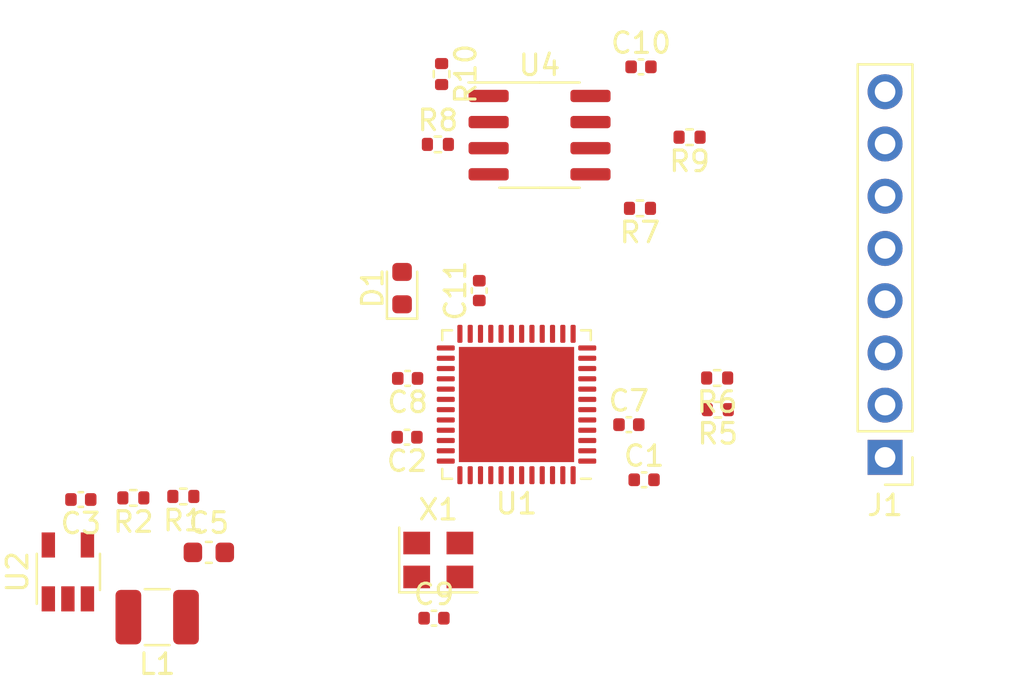
<source format=kicad_pcb>
(kicad_pcb (version 20171130) (host pcbnew 5.99.0+really5.1.10+dfsg1-1)

  (general
    (thickness 1.6)
    (drawings 0)
    (tracks 0)
    (zones 0)
    (modules 24)
    (nets 50)
  )

  (page A4)
  (layers
    (0 F.Cu signal)
    (31 B.Cu signal)
    (32 B.Adhes user)
    (33 F.Adhes user)
    (34 B.Paste user)
    (35 F.Paste user)
    (36 B.SilkS user)
    (37 F.SilkS user)
    (38 B.Mask user)
    (39 F.Mask user)
    (40 Dwgs.User user)
    (41 Cmts.User user)
    (42 Eco1.User user)
    (43 Eco2.User user)
    (44 Edge.Cuts user)
    (45 Margin user)
    (46 B.CrtYd user)
    (47 F.CrtYd user)
    (48 B.Fab user)
    (49 F.Fab user)
  )

  (setup
    (last_trace_width 0.25)
    (trace_clearance 0.2)
    (zone_clearance 0.508)
    (zone_45_only no)
    (trace_min 0.2)
    (via_size 0.8)
    (via_drill 0.4)
    (via_min_size 0.4)
    (via_min_drill 0.3)
    (uvia_size 0.3)
    (uvia_drill 0.1)
    (uvias_allowed no)
    (uvia_min_size 0.2)
    (uvia_min_drill 0.1)
    (edge_width 0.05)
    (segment_width 0.2)
    (pcb_text_width 0.3)
    (pcb_text_size 1.5 1.5)
    (mod_edge_width 0.12)
    (mod_text_size 1 1)
    (mod_text_width 0.15)
    (pad_size 1.524 1.524)
    (pad_drill 0.762)
    (pad_to_mask_clearance 0)
    (aux_axis_origin 0 0)
    (visible_elements FFFFFF7F)
    (pcbplotparams
      (layerselection 0x010fc_ffffffff)
      (usegerberextensions false)
      (usegerberattributes true)
      (usegerberadvancedattributes true)
      (creategerberjobfile true)
      (excludeedgelayer true)
      (linewidth 0.100000)
      (plotframeref false)
      (viasonmask false)
      (mode 1)
      (useauxorigin false)
      (hpglpennumber 1)
      (hpglpenspeed 20)
      (hpglpendiameter 15.000000)
      (psnegative false)
      (psa4output false)
      (plotreference true)
      (plotvalue true)
      (plotinvisibletext false)
      (padsonsilk false)
      (subtractmaskfromsilk false)
      (outputformat 1)
      (mirror false)
      (drillshape 1)
      (scaleselection 1)
      (outputdirectory ""))
  )

  (net 0 "")
  (net 1 GND)
  (net 2 +3V3)
  (net 3 +1V2)
  (net 4 "Net-(D1-Pad1)")
  (net 5 "Net-(L1-Pad2)")
  (net 6 "Net-(R1-Pad2)")
  (net 7 cdone)
  (net 8 creset)
  (net 9 mosi)
  (net 10 miso)
  (net 11 sck)
  (net 12 ss)
  (net 13 "Net-(U1-Pad44)")
  (net 14 "Net-(U1-Pad23)")
  (net 15 "Net-(U1-Pad21)")
  (net 16 clk)
  (net 17 "Net-(U1-Pad19)")
  (net 18 "Net-(U1-Pad18)")
  (net 19 "Net-(U1-Pad13)")
  (net 20 "Net-(U1-Pad12)")
  (net 21 "Net-(U1-Pad11)")
  (net 22 "Net-(U1-Pad10)")
  (net 23 "Net-(U1-Pad9)")
  (net 24 "Net-(U1-Pad6)")
  (net 25 "Net-(U4-Pad7)")
  (net 26 "Net-(U4-Pad3)")
  (net 27 "Net-(U1-Pad48)")
  (net 28 "Net-(U1-Pad47)")
  (net 29 "Net-(U1-Pad46)")
  (net 30 "Net-(U1-Pad45)")
  (net 31 "Net-(U1-Pad43)")
  (net 32 "Net-(U1-Pad42)")
  (net 33 "Net-(U1-Pad41)")
  (net 34 "Net-(U1-Pad40)")
  (net 35 "Net-(U1-Pad39)")
  (net 36 "Net-(U1-Pad38)")
  (net 37 "Net-(U1-Pad36)")
  (net 38 "Net-(U1-Pad35)")
  (net 39 "Net-(U1-Pad34)")
  (net 40 "Net-(U1-Pad32)")
  (net 41 "Net-(U1-Pad31)")
  (net 42 "Net-(U1-Pad28)")
  (net 43 "Net-(U1-Pad27)")
  (net 44 "Net-(U1-Pad26)")
  (net 45 "Net-(U1-Pad25)")
  (net 46 "Net-(U1-Pad20)")
  (net 47 "Net-(U1-Pad4)")
  (net 48 "Net-(U1-Pad3)")
  (net 49 "Net-(U1-Pad2)")

  (net_class Default "This is the default net class."
    (clearance 0.2)
    (trace_width 0.25)
    (via_dia 0.8)
    (via_drill 0.4)
    (uvia_dia 0.3)
    (uvia_drill 0.1)
    (add_net +1V2)
    (add_net +3V3)
    (add_net GND)
    (add_net "Net-(D1-Pad1)")
    (add_net "Net-(L1-Pad2)")
    (add_net "Net-(R1-Pad2)")
    (add_net "Net-(U1-Pad10)")
    (add_net "Net-(U1-Pad11)")
    (add_net "Net-(U1-Pad12)")
    (add_net "Net-(U1-Pad13)")
    (add_net "Net-(U1-Pad18)")
    (add_net "Net-(U1-Pad19)")
    (add_net "Net-(U1-Pad2)")
    (add_net "Net-(U1-Pad20)")
    (add_net "Net-(U1-Pad21)")
    (add_net "Net-(U1-Pad23)")
    (add_net "Net-(U1-Pad25)")
    (add_net "Net-(U1-Pad26)")
    (add_net "Net-(U1-Pad27)")
    (add_net "Net-(U1-Pad28)")
    (add_net "Net-(U1-Pad3)")
    (add_net "Net-(U1-Pad31)")
    (add_net "Net-(U1-Pad32)")
    (add_net "Net-(U1-Pad34)")
    (add_net "Net-(U1-Pad35)")
    (add_net "Net-(U1-Pad36)")
    (add_net "Net-(U1-Pad38)")
    (add_net "Net-(U1-Pad39)")
    (add_net "Net-(U1-Pad4)")
    (add_net "Net-(U1-Pad40)")
    (add_net "Net-(U1-Pad41)")
    (add_net "Net-(U1-Pad42)")
    (add_net "Net-(U1-Pad43)")
    (add_net "Net-(U1-Pad44)")
    (add_net "Net-(U1-Pad45)")
    (add_net "Net-(U1-Pad46)")
    (add_net "Net-(U1-Pad47)")
    (add_net "Net-(U1-Pad48)")
    (add_net "Net-(U1-Pad6)")
    (add_net "Net-(U1-Pad9)")
    (add_net "Net-(U4-Pad3)")
    (add_net "Net-(U4-Pad7)")
    (add_net cdone)
    (add_net clk)
    (add_net creset)
    (add_net miso)
    (add_net mosi)
    (add_net sck)
    (add_net ss)
  )

  (module Connector_PinHeader_2.54mm:PinHeader_1x08_P2.54mm_Vertical (layer F.Cu) (tedit 59FED5CC) (tstamp 60B1BC8F)
    (at 172.06 79.06 180)
    (descr "Through hole straight pin header, 1x08, 2.54mm pitch, single row")
    (tags "Through hole pin header THT 1x08 2.54mm single row")
    (path /60B14E29/60B3AC24)
    (fp_text reference J1 (at 0 -2.33) (layer F.SilkS)
      (effects (font (size 1 1) (thickness 0.15)))
    )
    (fp_text value Conn_01x08_Male (at 0 20.11) (layer F.Fab)
      (effects (font (size 1 1) (thickness 0.15)))
    )
    (fp_text user %R (at 0 8.89 90) (layer F.Fab)
      (effects (font (size 1 1) (thickness 0.15)))
    )
    (fp_line (start -0.635 -1.27) (end 1.27 -1.27) (layer F.Fab) (width 0.1))
    (fp_line (start 1.27 -1.27) (end 1.27 19.05) (layer F.Fab) (width 0.1))
    (fp_line (start 1.27 19.05) (end -1.27 19.05) (layer F.Fab) (width 0.1))
    (fp_line (start -1.27 19.05) (end -1.27 -0.635) (layer F.Fab) (width 0.1))
    (fp_line (start -1.27 -0.635) (end -0.635 -1.27) (layer F.Fab) (width 0.1))
    (fp_line (start -1.33 19.11) (end 1.33 19.11) (layer F.SilkS) (width 0.12))
    (fp_line (start -1.33 1.27) (end -1.33 19.11) (layer F.SilkS) (width 0.12))
    (fp_line (start 1.33 1.27) (end 1.33 19.11) (layer F.SilkS) (width 0.12))
    (fp_line (start -1.33 1.27) (end 1.33 1.27) (layer F.SilkS) (width 0.12))
    (fp_line (start -1.33 0) (end -1.33 -1.33) (layer F.SilkS) (width 0.12))
    (fp_line (start -1.33 -1.33) (end 0 -1.33) (layer F.SilkS) (width 0.12))
    (fp_line (start -1.8 -1.8) (end -1.8 19.55) (layer F.CrtYd) (width 0.05))
    (fp_line (start -1.8 19.55) (end 1.8 19.55) (layer F.CrtYd) (width 0.05))
    (fp_line (start 1.8 19.55) (end 1.8 -1.8) (layer F.CrtYd) (width 0.05))
    (fp_line (start 1.8 -1.8) (end -1.8 -1.8) (layer F.CrtYd) (width 0.05))
    (pad 8 thru_hole oval (at 0 17.78 180) (size 1.7 1.7) (drill 1) (layers *.Cu *.Mask)
      (net 1 GND))
    (pad 7 thru_hole oval (at 0 15.24 180) (size 1.7 1.7) (drill 1) (layers *.Cu *.Mask)
      (net 9 mosi))
    (pad 6 thru_hole oval (at 0 12.7 180) (size 1.7 1.7) (drill 1) (layers *.Cu *.Mask)
      (net 10 miso))
    (pad 5 thru_hole oval (at 0 10.16 180) (size 1.7 1.7) (drill 1) (layers *.Cu *.Mask)
      (net 12 ss))
    (pad 4 thru_hole oval (at 0 7.62 180) (size 1.7 1.7) (drill 1) (layers *.Cu *.Mask)
      (net 11 sck))
    (pad 3 thru_hole oval (at 0 5.08 180) (size 1.7 1.7) (drill 1) (layers *.Cu *.Mask)
      (net 8 creset))
    (pad 2 thru_hole oval (at 0 2.54 180) (size 1.7 1.7) (drill 1) (layers *.Cu *.Mask)
      (net 7 cdone))
    (pad 1 thru_hole rect (at 0 0 180) (size 1.7 1.7) (drill 1) (layers *.Cu *.Mask)
      (net 2 +3V3))
    (model ${KISYS3DMOD}/Connector_PinHeader_2.54mm.3dshapes/PinHeader_1x08_P2.54mm_Vertical.wrl
      (at (xyz 0 0 0))
      (scale (xyz 1 1 1))
      (rotate (xyz 0 0 0))
    )
  )

  (module Oscillator:Oscillator_SMD_Abracon_ASE-4Pin_3.2x2.5mm (layer F.Cu) (tedit 58CD3344) (tstamp 60B1513B)
    (at 150.35 84.05)
    (descr "Miniature Crystal Clock Oscillator Abracon ASE series, http://www.abracon.com/Oscillators/ASEseries.pdf, 3.2x2.5mm^2 package")
    (tags "SMD SMT crystal oscillator")
    (path /60B20229/60AB6E27)
    (attr smd)
    (fp_text reference X1 (at 0 -2.45) (layer F.SilkS)
      (effects (font (size 1 1) (thickness 0.15)))
    )
    (fp_text value ASE-xxxMHz (at 0 2.45) (layer F.Fab)
      (effects (font (size 1 1) (thickness 0.15)))
    )
    (fp_text user %R (at 0 0) (layer F.Fab)
      (effects (font (size 0.7 0.7) (thickness 0.105)))
    )
    (fp_line (start -1.5 -1.25) (end 1.5 -1.25) (layer F.Fab) (width 0.1))
    (fp_line (start 1.5 -1.25) (end 1.6 -1.15) (layer F.Fab) (width 0.1))
    (fp_line (start 1.6 -1.15) (end 1.6 1.15) (layer F.Fab) (width 0.1))
    (fp_line (start 1.6 1.15) (end 1.5 1.25) (layer F.Fab) (width 0.1))
    (fp_line (start 1.5 1.25) (end -1.5 1.25) (layer F.Fab) (width 0.1))
    (fp_line (start -1.5 1.25) (end -1.6 1.15) (layer F.Fab) (width 0.1))
    (fp_line (start -1.6 1.15) (end -1.6 -1.15) (layer F.Fab) (width 0.1))
    (fp_line (start -1.6 -1.15) (end -1.5 -1.25) (layer F.Fab) (width 0.1))
    (fp_line (start -1.6 0.25) (end -0.6 1.25) (layer F.Fab) (width 0.1))
    (fp_line (start -1.9 -1.575) (end -1.9 1.575) (layer F.SilkS) (width 0.12))
    (fp_line (start -1.9 1.575) (end 1.9 1.575) (layer F.SilkS) (width 0.12))
    (fp_line (start -2 -1.7) (end -2 1.7) (layer F.CrtYd) (width 0.05))
    (fp_line (start -2 1.7) (end 2 1.7) (layer F.CrtYd) (width 0.05))
    (fp_line (start 2 1.7) (end 2 -1.7) (layer F.CrtYd) (width 0.05))
    (fp_line (start 2 -1.7) (end -2 -1.7) (layer F.CrtYd) (width 0.05))
    (fp_circle (center 0 0) (end 0.25 0) (layer F.Adhes) (width 0.1))
    (fp_circle (center 0 0) (end 0.208333 0) (layer F.Adhes) (width 0.083333))
    (fp_circle (center 0 0) (end 0.133333 0) (layer F.Adhes) (width 0.083333))
    (fp_circle (center 0 0) (end 0.058333 0) (layer F.Adhes) (width 0.116667))
    (pad 4 smd rect (at -1.05 -0.825) (size 1.3 1.1) (layers F.Cu F.Paste F.Mask)
      (net 2 +3V3))
    (pad 3 smd rect (at 1.05 -0.825) (size 1.3 1.1) (layers F.Cu F.Paste F.Mask)
      (net 16 clk))
    (pad 2 smd rect (at 1.05 0.825) (size 1.3 1.1) (layers F.Cu F.Paste F.Mask)
      (net 1 GND))
    (pad 1 smd rect (at -1.05 0.825) (size 1.3 1.1) (layers F.Cu F.Paste F.Mask)
      (net 2 +3V3))
    (model ${KISYS3DMOD}/Oscillator.3dshapes/Oscillator_SMD_Abracon_ASE-4Pin_3.2x2.5mm.wrl
      (at (xyz 0 0 0))
      (scale (xyz 1 1 1))
      (rotate (xyz 0 0 0))
    )
  )

  (module Package_SO:SOIC-8_3.9x4.9mm_P1.27mm (layer F.Cu) (tedit 5D9F72B1) (tstamp 60B1511F)
    (at 155.27 63.39)
    (descr "SOIC, 8 Pin (JEDEC MS-012AA, https://www.analog.com/media/en/package-pcb-resources/package/pkg_pdf/soic_narrow-r/r_8.pdf), generated with kicad-footprint-generator ipc_gullwing_generator.py")
    (tags "SOIC SO")
    (path /60B20054/60A76A2C)
    (attr smd)
    (fp_text reference U4 (at 0 -3.4) (layer F.SilkS)
      (effects (font (size 1 1) (thickness 0.15)))
    )
    (fp_text value AT25SF081-SSHD-X (at 0 3.4) (layer F.Fab)
      (effects (font (size 1 1) (thickness 0.15)))
    )
    (fp_text user %R (at 0 0) (layer F.Fab)
      (effects (font (size 0.98 0.98) (thickness 0.15)))
    )
    (fp_line (start 0 2.56) (end 1.95 2.56) (layer F.SilkS) (width 0.12))
    (fp_line (start 0 2.56) (end -1.95 2.56) (layer F.SilkS) (width 0.12))
    (fp_line (start 0 -2.56) (end 1.95 -2.56) (layer F.SilkS) (width 0.12))
    (fp_line (start 0 -2.56) (end -3.45 -2.56) (layer F.SilkS) (width 0.12))
    (fp_line (start -0.975 -2.45) (end 1.95 -2.45) (layer F.Fab) (width 0.1))
    (fp_line (start 1.95 -2.45) (end 1.95 2.45) (layer F.Fab) (width 0.1))
    (fp_line (start 1.95 2.45) (end -1.95 2.45) (layer F.Fab) (width 0.1))
    (fp_line (start -1.95 2.45) (end -1.95 -1.475) (layer F.Fab) (width 0.1))
    (fp_line (start -1.95 -1.475) (end -0.975 -2.45) (layer F.Fab) (width 0.1))
    (fp_line (start -3.7 -2.7) (end -3.7 2.7) (layer F.CrtYd) (width 0.05))
    (fp_line (start -3.7 2.7) (end 3.7 2.7) (layer F.CrtYd) (width 0.05))
    (fp_line (start 3.7 2.7) (end 3.7 -2.7) (layer F.CrtYd) (width 0.05))
    (fp_line (start 3.7 -2.7) (end -3.7 -2.7) (layer F.CrtYd) (width 0.05))
    (pad 8 smd roundrect (at 2.475 -1.905) (size 1.95 0.6) (layers F.Cu F.Paste F.Mask) (roundrect_rratio 0.25)
      (net 2 +3V3))
    (pad 7 smd roundrect (at 2.475 -0.635) (size 1.95 0.6) (layers F.Cu F.Paste F.Mask) (roundrect_rratio 0.25)
      (net 25 "Net-(U4-Pad7)"))
    (pad 6 smd roundrect (at 2.475 0.635) (size 1.95 0.6) (layers F.Cu F.Paste F.Mask) (roundrect_rratio 0.25)
      (net 11 sck))
    (pad 5 smd roundrect (at 2.475 1.905) (size 1.95 0.6) (layers F.Cu F.Paste F.Mask) (roundrect_rratio 0.25)
      (net 9 mosi))
    (pad 4 smd roundrect (at -2.475 1.905) (size 1.95 0.6) (layers F.Cu F.Paste F.Mask) (roundrect_rratio 0.25)
      (net 1 GND))
    (pad 3 smd roundrect (at -2.475 0.635) (size 1.95 0.6) (layers F.Cu F.Paste F.Mask) (roundrect_rratio 0.25)
      (net 26 "Net-(U4-Pad3)"))
    (pad 2 smd roundrect (at -2.475 -0.635) (size 1.95 0.6) (layers F.Cu F.Paste F.Mask) (roundrect_rratio 0.25)
      (net 10 miso))
    (pad 1 smd roundrect (at -2.475 -1.905) (size 1.95 0.6) (layers F.Cu F.Paste F.Mask) (roundrect_rratio 0.25)
      (net 12 ss))
    (model ${KISYS3DMOD}/Package_SO.3dshapes/SOIC-8_3.9x4.9mm_P1.27mm.wrl
      (at (xyz 0 0 0))
      (scale (xyz 1 1 1))
      (rotate (xyz 0 0 0))
    )
  )

  (module Package_TO_SOT_SMD:TSOT-23-5 (layer F.Cu) (tedit 5A02FF57) (tstamp 60B15105)
    (at 132.35 84.63 90)
    (descr "5-pin TSOT23 package, http://cds.linear.com/docs/en/packaging/SOT_5_05-08-1635.pdf")
    (tags TSOT-23-5)
    (path /60B14E29/60A7BA3D)
    (attr smd)
    (fp_text reference U2 (at 0 -2.45 90) (layer F.SilkS)
      (effects (font (size 1 1) (thickness 0.15)))
    )
    (fp_text value LTC3406ES5 (at 0 2.5 90) (layer F.Fab)
      (effects (font (size 1 1) (thickness 0.15)))
    )
    (fp_text user %R (at 0 0) (layer F.Fab)
      (effects (font (size 0.5 0.5) (thickness 0.075)))
    )
    (fp_line (start -0.88 1.56) (end 0.88 1.56) (layer F.SilkS) (width 0.12))
    (fp_line (start 0.88 -1.51) (end -1.55 -1.51) (layer F.SilkS) (width 0.12))
    (fp_line (start -0.88 -1) (end -0.43 -1.45) (layer F.Fab) (width 0.1))
    (fp_line (start 0.88 -1.45) (end -0.43 -1.45) (layer F.Fab) (width 0.1))
    (fp_line (start -0.88 -1) (end -0.88 1.45) (layer F.Fab) (width 0.1))
    (fp_line (start 0.88 1.45) (end -0.88 1.45) (layer F.Fab) (width 0.1))
    (fp_line (start 0.88 -1.45) (end 0.88 1.45) (layer F.Fab) (width 0.1))
    (fp_line (start -2.17 -1.7) (end 2.17 -1.7) (layer F.CrtYd) (width 0.05))
    (fp_line (start -2.17 -1.7) (end -2.17 1.7) (layer F.CrtYd) (width 0.05))
    (fp_line (start 2.17 1.7) (end 2.17 -1.7) (layer F.CrtYd) (width 0.05))
    (fp_line (start 2.17 1.7) (end -2.17 1.7) (layer F.CrtYd) (width 0.05))
    (pad 5 smd rect (at 1.31 -0.95 90) (size 1.22 0.65) (layers F.Cu F.Paste F.Mask)
      (net 6 "Net-(R1-Pad2)"))
    (pad 4 smd rect (at 1.31 0.95 90) (size 1.22 0.65) (layers F.Cu F.Paste F.Mask)
      (net 2 +3V3))
    (pad 3 smd rect (at -1.31 0.95 90) (size 1.22 0.65) (layers F.Cu F.Paste F.Mask)
      (net 5 "Net-(L1-Pad2)"))
    (pad 2 smd rect (at -1.31 0 90) (size 1.22 0.65) (layers F.Cu F.Paste F.Mask)
      (net 1 GND))
    (pad 1 smd rect (at -1.31 -0.95 90) (size 1.22 0.65) (layers F.Cu F.Paste F.Mask)
      (net 2 +3V3))
    (model ${KISYS3DMOD}/Package_TO_SOT_SMD.3dshapes/TSOT-23-5.wrl
      (at (xyz 0 0 0))
      (scale (xyz 1 1 1))
      (rotate (xyz 0 0 0))
    )
  )

  (module Package_DFN_QFN:QFN-48-1EP_7x7mm_P0.5mm_EP5.6x5.6mm (layer F.Cu) (tedit 5DC5F6A5) (tstamp 60B150F0)
    (at 154.15 76.49 180)
    (descr "QFN, 48 Pin (http://www.st.com/resource/en/datasheet/stm32f042k6.pdf#page=94), generated with kicad-footprint-generator ipc_noLead_generator.py")
    (tags "QFN NoLead")
    (path /60B14BC4/60A6AE69)
    (attr smd)
    (fp_text reference U1 (at 0 -4.82) (layer F.SilkS)
      (effects (font (size 1 1) (thickness 0.15)))
    )
    (fp_text value ICE40UP5K-SG48ITR (at 0 4.82) (layer F.Fab)
      (effects (font (size 1 1) (thickness 0.15)))
    )
    (fp_text user %R (at 0 0) (layer F.Fab)
      (effects (font (size 1 1) (thickness 0.15)))
    )
    (fp_line (start 3.135 -3.61) (end 3.61 -3.61) (layer F.SilkS) (width 0.12))
    (fp_line (start 3.61 -3.61) (end 3.61 -3.135) (layer F.SilkS) (width 0.12))
    (fp_line (start -3.135 3.61) (end -3.61 3.61) (layer F.SilkS) (width 0.12))
    (fp_line (start -3.61 3.61) (end -3.61 3.135) (layer F.SilkS) (width 0.12))
    (fp_line (start 3.135 3.61) (end 3.61 3.61) (layer F.SilkS) (width 0.12))
    (fp_line (start 3.61 3.61) (end 3.61 3.135) (layer F.SilkS) (width 0.12))
    (fp_line (start -3.135 -3.61) (end -3.61 -3.61) (layer F.SilkS) (width 0.12))
    (fp_line (start -2.5 -3.5) (end 3.5 -3.5) (layer F.Fab) (width 0.1))
    (fp_line (start 3.5 -3.5) (end 3.5 3.5) (layer F.Fab) (width 0.1))
    (fp_line (start 3.5 3.5) (end -3.5 3.5) (layer F.Fab) (width 0.1))
    (fp_line (start -3.5 3.5) (end -3.5 -2.5) (layer F.Fab) (width 0.1))
    (fp_line (start -3.5 -2.5) (end -2.5 -3.5) (layer F.Fab) (width 0.1))
    (fp_line (start -4.12 -4.12) (end -4.12 4.12) (layer F.CrtYd) (width 0.05))
    (fp_line (start -4.12 4.12) (end 4.12 4.12) (layer F.CrtYd) (width 0.05))
    (fp_line (start 4.12 4.12) (end 4.12 -4.12) (layer F.CrtYd) (width 0.05))
    (fp_line (start 4.12 -4.12) (end -4.12 -4.12) (layer F.CrtYd) (width 0.05))
    (pad "" smd roundrect (at 2.1 2.1 180) (size 1.13 1.13) (layers F.Paste) (roundrect_rratio 0.221239))
    (pad "" smd roundrect (at 2.1 0.7 180) (size 1.13 1.13) (layers F.Paste) (roundrect_rratio 0.221239))
    (pad "" smd roundrect (at 2.1 -0.7 180) (size 1.13 1.13) (layers F.Paste) (roundrect_rratio 0.221239))
    (pad "" smd roundrect (at 2.1 -2.1 180) (size 1.13 1.13) (layers F.Paste) (roundrect_rratio 0.221239))
    (pad "" smd roundrect (at 0.7 2.1 180) (size 1.13 1.13) (layers F.Paste) (roundrect_rratio 0.221239))
    (pad "" smd roundrect (at 0.7 0.7 180) (size 1.13 1.13) (layers F.Paste) (roundrect_rratio 0.221239))
    (pad "" smd roundrect (at 0.7 -0.7 180) (size 1.13 1.13) (layers F.Paste) (roundrect_rratio 0.221239))
    (pad "" smd roundrect (at 0.7 -2.1 180) (size 1.13 1.13) (layers F.Paste) (roundrect_rratio 0.221239))
    (pad "" smd roundrect (at -0.7 2.1 180) (size 1.13 1.13) (layers F.Paste) (roundrect_rratio 0.221239))
    (pad "" smd roundrect (at -0.7 0.7 180) (size 1.13 1.13) (layers F.Paste) (roundrect_rratio 0.221239))
    (pad "" smd roundrect (at -0.7 -0.7 180) (size 1.13 1.13) (layers F.Paste) (roundrect_rratio 0.221239))
    (pad "" smd roundrect (at -0.7 -2.1 180) (size 1.13 1.13) (layers F.Paste) (roundrect_rratio 0.221239))
    (pad "" smd roundrect (at -2.1 2.1 180) (size 1.13 1.13) (layers F.Paste) (roundrect_rratio 0.221239))
    (pad "" smd roundrect (at -2.1 0.7 180) (size 1.13 1.13) (layers F.Paste) (roundrect_rratio 0.221239))
    (pad "" smd roundrect (at -2.1 -0.7 180) (size 1.13 1.13) (layers F.Paste) (roundrect_rratio 0.221239))
    (pad "" smd roundrect (at -2.1 -2.1 180) (size 1.13 1.13) (layers F.Paste) (roundrect_rratio 0.221239))
    (pad 49 smd rect (at 0 0 180) (size 5.6 5.6) (layers F.Cu F.Mask)
      (net 1 GND))
    (pad 48 smd roundrect (at -2.75 -3.4375 180) (size 0.25 0.875) (layers F.Cu F.Paste F.Mask) (roundrect_rratio 0.25)
      (net 27 "Net-(U1-Pad48)"))
    (pad 47 smd roundrect (at -2.25 -3.4375 180) (size 0.25 0.875) (layers F.Cu F.Paste F.Mask) (roundrect_rratio 0.25)
      (net 28 "Net-(U1-Pad47)"))
    (pad 46 smd roundrect (at -1.75 -3.4375 180) (size 0.25 0.875) (layers F.Cu F.Paste F.Mask) (roundrect_rratio 0.25)
      (net 29 "Net-(U1-Pad46)"))
    (pad 45 smd roundrect (at -1.25 -3.4375 180) (size 0.25 0.875) (layers F.Cu F.Paste F.Mask) (roundrect_rratio 0.25)
      (net 30 "Net-(U1-Pad45)"))
    (pad 44 smd roundrect (at -0.75 -3.4375 180) (size 0.25 0.875) (layers F.Cu F.Paste F.Mask) (roundrect_rratio 0.25)
      (net 13 "Net-(U1-Pad44)"))
    (pad 43 smd roundrect (at -0.25 -3.4375 180) (size 0.25 0.875) (layers F.Cu F.Paste F.Mask) (roundrect_rratio 0.25)
      (net 31 "Net-(U1-Pad43)"))
    (pad 42 smd roundrect (at 0.25 -3.4375 180) (size 0.25 0.875) (layers F.Cu F.Paste F.Mask) (roundrect_rratio 0.25)
      (net 32 "Net-(U1-Pad42)"))
    (pad 41 smd roundrect (at 0.75 -3.4375 180) (size 0.25 0.875) (layers F.Cu F.Paste F.Mask) (roundrect_rratio 0.25)
      (net 33 "Net-(U1-Pad41)"))
    (pad 40 smd roundrect (at 1.25 -3.4375 180) (size 0.25 0.875) (layers F.Cu F.Paste F.Mask) (roundrect_rratio 0.25)
      (net 34 "Net-(U1-Pad40)"))
    (pad 39 smd roundrect (at 1.75 -3.4375 180) (size 0.25 0.875) (layers F.Cu F.Paste F.Mask) (roundrect_rratio 0.25)
      (net 35 "Net-(U1-Pad39)"))
    (pad 38 smd roundrect (at 2.25 -3.4375 180) (size 0.25 0.875) (layers F.Cu F.Paste F.Mask) (roundrect_rratio 0.25)
      (net 36 "Net-(U1-Pad38)"))
    (pad 37 smd roundrect (at 2.75 -3.4375 180) (size 0.25 0.875) (layers F.Cu F.Paste F.Mask) (roundrect_rratio 0.25)
      (net 16 clk))
    (pad 36 smd roundrect (at 3.4375 -2.75 180) (size 0.875 0.25) (layers F.Cu F.Paste F.Mask) (roundrect_rratio 0.25)
      (net 37 "Net-(U1-Pad36)"))
    (pad 35 smd roundrect (at 3.4375 -2.25 180) (size 0.875 0.25) (layers F.Cu F.Paste F.Mask) (roundrect_rratio 0.25)
      (net 38 "Net-(U1-Pad35)"))
    (pad 34 smd roundrect (at 3.4375 -1.75 180) (size 0.875 0.25) (layers F.Cu F.Paste F.Mask) (roundrect_rratio 0.25)
      (net 39 "Net-(U1-Pad34)"))
    (pad 33 smd roundrect (at 3.4375 -1.25 180) (size 0.875 0.25) (layers F.Cu F.Paste F.Mask) (roundrect_rratio 0.25)
      (net 2 +3V3))
    (pad 32 smd roundrect (at 3.4375 -0.75 180) (size 0.875 0.25) (layers F.Cu F.Paste F.Mask) (roundrect_rratio 0.25)
      (net 40 "Net-(U1-Pad32)"))
    (pad 31 smd roundrect (at 3.4375 -0.25 180) (size 0.875 0.25) (layers F.Cu F.Paste F.Mask) (roundrect_rratio 0.25)
      (net 41 "Net-(U1-Pad31)"))
    (pad 30 smd roundrect (at 3.4375 0.25 180) (size 0.875 0.25) (layers F.Cu F.Paste F.Mask) (roundrect_rratio 0.25)
      (net 3 +1V2))
    (pad 29 smd roundrect (at 3.4375 0.75 180) (size 0.875 0.25) (layers F.Cu F.Paste F.Mask) (roundrect_rratio 0.25)
      (net 3 +1V2))
    (pad 28 smd roundrect (at 3.4375 1.25 180) (size 0.875 0.25) (layers F.Cu F.Paste F.Mask) (roundrect_rratio 0.25)
      (net 42 "Net-(U1-Pad28)"))
    (pad 27 smd roundrect (at 3.4375 1.75 180) (size 0.875 0.25) (layers F.Cu F.Paste F.Mask) (roundrect_rratio 0.25)
      (net 43 "Net-(U1-Pad27)"))
    (pad 26 smd roundrect (at 3.4375 2.25 180) (size 0.875 0.25) (layers F.Cu F.Paste F.Mask) (roundrect_rratio 0.25)
      (net 44 "Net-(U1-Pad26)"))
    (pad 25 smd roundrect (at 3.4375 2.75 180) (size 0.875 0.25) (layers F.Cu F.Paste F.Mask) (roundrect_rratio 0.25)
      (net 45 "Net-(U1-Pad25)"))
    (pad 24 smd roundrect (at 2.75 3.4375 180) (size 0.25 0.875) (layers F.Cu F.Paste F.Mask) (roundrect_rratio 0.25)
      (net 4 "Net-(D1-Pad1)"))
    (pad 23 smd roundrect (at 2.25 3.4375 180) (size 0.25 0.875) (layers F.Cu F.Paste F.Mask) (roundrect_rratio 0.25)
      (net 14 "Net-(U1-Pad23)"))
    (pad 22 smd roundrect (at 1.75 3.4375 180) (size 0.25 0.875) (layers F.Cu F.Paste F.Mask) (roundrect_rratio 0.25)
      (net 2 +3V3))
    (pad 21 smd roundrect (at 1.25 3.4375 180) (size 0.25 0.875) (layers F.Cu F.Paste F.Mask) (roundrect_rratio 0.25)
      (net 15 "Net-(U1-Pad21)"))
    (pad 20 smd roundrect (at 0.75 3.4375 180) (size 0.25 0.875) (layers F.Cu F.Paste F.Mask) (roundrect_rratio 0.25)
      (net 46 "Net-(U1-Pad20)"))
    (pad 19 smd roundrect (at 0.25 3.4375 180) (size 0.25 0.875) (layers F.Cu F.Paste F.Mask) (roundrect_rratio 0.25)
      (net 17 "Net-(U1-Pad19)"))
    (pad 18 smd roundrect (at -0.25 3.4375 180) (size 0.25 0.875) (layers F.Cu F.Paste F.Mask) (roundrect_rratio 0.25)
      (net 18 "Net-(U1-Pad18)"))
    (pad 17 smd roundrect (at -0.75 3.4375 180) (size 0.25 0.875) (layers F.Cu F.Paste F.Mask) (roundrect_rratio 0.25)
      (net 9 mosi))
    (pad 16 smd roundrect (at -1.25 3.4375 180) (size 0.25 0.875) (layers F.Cu F.Paste F.Mask) (roundrect_rratio 0.25)
      (net 12 ss))
    (pad 15 smd roundrect (at -1.75 3.4375 180) (size 0.25 0.875) (layers F.Cu F.Paste F.Mask) (roundrect_rratio 0.25)
      (net 11 sck))
    (pad 14 smd roundrect (at -2.25 3.4375 180) (size 0.25 0.875) (layers F.Cu F.Paste F.Mask) (roundrect_rratio 0.25)
      (net 10 miso))
    (pad 13 smd roundrect (at -2.75 3.4375 180) (size 0.25 0.875) (layers F.Cu F.Paste F.Mask) (roundrect_rratio 0.25)
      (net 19 "Net-(U1-Pad13)"))
    (pad 12 smd roundrect (at -3.4375 2.75 180) (size 0.875 0.25) (layers F.Cu F.Paste F.Mask) (roundrect_rratio 0.25)
      (net 20 "Net-(U1-Pad12)"))
    (pad 11 smd roundrect (at -3.4375 2.25 180) (size 0.875 0.25) (layers F.Cu F.Paste F.Mask) (roundrect_rratio 0.25)
      (net 21 "Net-(U1-Pad11)"))
    (pad 10 smd roundrect (at -3.4375 1.75 180) (size 0.875 0.25) (layers F.Cu F.Paste F.Mask) (roundrect_rratio 0.25)
      (net 22 "Net-(U1-Pad10)"))
    (pad 9 smd roundrect (at -3.4375 1.25 180) (size 0.875 0.25) (layers F.Cu F.Paste F.Mask) (roundrect_rratio 0.25)
      (net 23 "Net-(U1-Pad9)"))
    (pad 8 smd roundrect (at -3.4375 0.75 180) (size 0.875 0.25) (layers F.Cu F.Paste F.Mask) (roundrect_rratio 0.25)
      (net 8 creset))
    (pad 7 smd roundrect (at -3.4375 0.25 180) (size 0.875 0.25) (layers F.Cu F.Paste F.Mask) (roundrect_rratio 0.25)
      (net 7 cdone))
    (pad 6 smd roundrect (at -3.4375 -0.25 180) (size 0.875 0.25) (layers F.Cu F.Paste F.Mask) (roundrect_rratio 0.25)
      (net 24 "Net-(U1-Pad6)"))
    (pad 5 smd roundrect (at -3.4375 -0.75 180) (size 0.875 0.25) (layers F.Cu F.Paste F.Mask) (roundrect_rratio 0.25)
      (net 3 +1V2))
    (pad 4 smd roundrect (at -3.4375 -1.25 180) (size 0.875 0.25) (layers F.Cu F.Paste F.Mask) (roundrect_rratio 0.25)
      (net 47 "Net-(U1-Pad4)"))
    (pad 3 smd roundrect (at -3.4375 -1.75 180) (size 0.875 0.25) (layers F.Cu F.Paste F.Mask) (roundrect_rratio 0.25)
      (net 48 "Net-(U1-Pad3)"))
    (pad 2 smd roundrect (at -3.4375 -2.25 180) (size 0.875 0.25) (layers F.Cu F.Paste F.Mask) (roundrect_rratio 0.25)
      (net 49 "Net-(U1-Pad2)"))
    (pad 1 smd roundrect (at -3.4375 -2.75 180) (size 0.875 0.25) (layers F.Cu F.Paste F.Mask) (roundrect_rratio 0.25)
      (net 2 +3V3))
    (model ${KISYS3DMOD}/Package_DFN_QFN.3dshapes/QFN-48-1EP_7x7mm_P0.5mm_EP5.6x5.6mm.wrl
      (at (xyz 0 0 0))
      (scale (xyz 1 1 1))
      (rotate (xyz 0 0 0))
    )
  )

  (module Resistor_SMD:R_0402_1005Metric (layer F.Cu) (tedit 5F68FEEE) (tstamp 60B1509A)
    (at 150.51 60.42 270)
    (descr "Resistor SMD 0402 (1005 Metric), square (rectangular) end terminal, IPC_7351 nominal, (Body size source: IPC-SM-782 page 72, https://www.pcb-3d.com/wordpress/wp-content/uploads/ipc-sm-782a_amendment_1_and_2.pdf), generated with kicad-footprint-generator")
    (tags resistor)
    (path /60B20054/60B59B9D)
    (attr smd)
    (fp_text reference R10 (at 0 -1.17 90) (layer F.SilkS)
      (effects (font (size 1 1) (thickness 0.15)))
    )
    (fp_text value 100kOhm (at 0 1.17 90) (layer F.Fab)
      (effects (font (size 1 1) (thickness 0.15)))
    )
    (fp_text user %R (at 0 0 90) (layer F.Fab)
      (effects (font (size 0.26 0.26) (thickness 0.04)))
    )
    (fp_line (start -0.525 0.27) (end -0.525 -0.27) (layer F.Fab) (width 0.1))
    (fp_line (start -0.525 -0.27) (end 0.525 -0.27) (layer F.Fab) (width 0.1))
    (fp_line (start 0.525 -0.27) (end 0.525 0.27) (layer F.Fab) (width 0.1))
    (fp_line (start 0.525 0.27) (end -0.525 0.27) (layer F.Fab) (width 0.1))
    (fp_line (start -0.153641 -0.38) (end 0.153641 -0.38) (layer F.SilkS) (width 0.12))
    (fp_line (start -0.153641 0.38) (end 0.153641 0.38) (layer F.SilkS) (width 0.12))
    (fp_line (start -0.93 0.47) (end -0.93 -0.47) (layer F.CrtYd) (width 0.05))
    (fp_line (start -0.93 -0.47) (end 0.93 -0.47) (layer F.CrtYd) (width 0.05))
    (fp_line (start 0.93 -0.47) (end 0.93 0.47) (layer F.CrtYd) (width 0.05))
    (fp_line (start 0.93 0.47) (end -0.93 0.47) (layer F.CrtYd) (width 0.05))
    (pad 2 smd roundrect (at 0.51 0 270) (size 0.54 0.64) (layers F.Cu F.Paste F.Mask) (roundrect_rratio 0.25)
      (net 12 ss))
    (pad 1 smd roundrect (at -0.51 0 270) (size 0.54 0.64) (layers F.Cu F.Paste F.Mask) (roundrect_rratio 0.25)
      (net 2 +3V3))
    (model ${KISYS3DMOD}/Resistor_SMD.3dshapes/R_0402_1005Metric.wrl
      (at (xyz 0 0 0))
      (scale (xyz 1 1 1))
      (rotate (xyz 0 0 0))
    )
  )

  (module Resistor_SMD:R_0402_1005Metric (layer F.Cu) (tedit 5F68FEEE) (tstamp 60B15089)
    (at 162.56 63.49 180)
    (descr "Resistor SMD 0402 (1005 Metric), square (rectangular) end terminal, IPC_7351 nominal, (Body size source: IPC-SM-782 page 72, https://www.pcb-3d.com/wordpress/wp-content/uploads/ipc-sm-782a_amendment_1_and_2.pdf), generated with kicad-footprint-generator")
    (tags resistor)
    (path /60B20054/60B59B97)
    (attr smd)
    (fp_text reference R9 (at 0 -1.17) (layer F.SilkS)
      (effects (font (size 1 1) (thickness 0.15)))
    )
    (fp_text value 100kOhm (at 0 1.17) (layer F.Fab)
      (effects (font (size 1 1) (thickness 0.15)))
    )
    (fp_text user %R (at 0 0) (layer F.Fab)
      (effects (font (size 0.26 0.26) (thickness 0.04)))
    )
    (fp_line (start -0.525 0.27) (end -0.525 -0.27) (layer F.Fab) (width 0.1))
    (fp_line (start -0.525 -0.27) (end 0.525 -0.27) (layer F.Fab) (width 0.1))
    (fp_line (start 0.525 -0.27) (end 0.525 0.27) (layer F.Fab) (width 0.1))
    (fp_line (start 0.525 0.27) (end -0.525 0.27) (layer F.Fab) (width 0.1))
    (fp_line (start -0.153641 -0.38) (end 0.153641 -0.38) (layer F.SilkS) (width 0.12))
    (fp_line (start -0.153641 0.38) (end 0.153641 0.38) (layer F.SilkS) (width 0.12))
    (fp_line (start -0.93 0.47) (end -0.93 -0.47) (layer F.CrtYd) (width 0.05))
    (fp_line (start -0.93 -0.47) (end 0.93 -0.47) (layer F.CrtYd) (width 0.05))
    (fp_line (start 0.93 -0.47) (end 0.93 0.47) (layer F.CrtYd) (width 0.05))
    (fp_line (start 0.93 0.47) (end -0.93 0.47) (layer F.CrtYd) (width 0.05))
    (pad 2 smd roundrect (at 0.51 0 180) (size 0.54 0.64) (layers F.Cu F.Paste F.Mask) (roundrect_rratio 0.25)
      (net 11 sck))
    (pad 1 smd roundrect (at -0.51 0 180) (size 0.54 0.64) (layers F.Cu F.Paste F.Mask) (roundrect_rratio 0.25)
      (net 2 +3V3))
    (model ${KISYS3DMOD}/Resistor_SMD.3dshapes/R_0402_1005Metric.wrl
      (at (xyz 0 0 0))
      (scale (xyz 1 1 1))
      (rotate (xyz 0 0 0))
    )
  )

  (module Resistor_SMD:R_0402_1005Metric (layer F.Cu) (tedit 5F68FEEE) (tstamp 60B15078)
    (at 150.33 63.84)
    (descr "Resistor SMD 0402 (1005 Metric), square (rectangular) end terminal, IPC_7351 nominal, (Body size source: IPC-SM-782 page 72, https://www.pcb-3d.com/wordpress/wp-content/uploads/ipc-sm-782a_amendment_1_and_2.pdf), generated with kicad-footprint-generator")
    (tags resistor)
    (path /60B20054/60B593E8)
    (attr smd)
    (fp_text reference R8 (at 0 -1.17) (layer F.SilkS)
      (effects (font (size 1 1) (thickness 0.15)))
    )
    (fp_text value 100kOhm (at 0 1.17) (layer F.Fab)
      (effects (font (size 1 1) (thickness 0.15)))
    )
    (fp_text user %R (at 0 0) (layer F.Fab)
      (effects (font (size 0.26 0.26) (thickness 0.04)))
    )
    (fp_line (start -0.525 0.27) (end -0.525 -0.27) (layer F.Fab) (width 0.1))
    (fp_line (start -0.525 -0.27) (end 0.525 -0.27) (layer F.Fab) (width 0.1))
    (fp_line (start 0.525 -0.27) (end 0.525 0.27) (layer F.Fab) (width 0.1))
    (fp_line (start 0.525 0.27) (end -0.525 0.27) (layer F.Fab) (width 0.1))
    (fp_line (start -0.153641 -0.38) (end 0.153641 -0.38) (layer F.SilkS) (width 0.12))
    (fp_line (start -0.153641 0.38) (end 0.153641 0.38) (layer F.SilkS) (width 0.12))
    (fp_line (start -0.93 0.47) (end -0.93 -0.47) (layer F.CrtYd) (width 0.05))
    (fp_line (start -0.93 -0.47) (end 0.93 -0.47) (layer F.CrtYd) (width 0.05))
    (fp_line (start 0.93 -0.47) (end 0.93 0.47) (layer F.CrtYd) (width 0.05))
    (fp_line (start 0.93 0.47) (end -0.93 0.47) (layer F.CrtYd) (width 0.05))
    (pad 2 smd roundrect (at 0.51 0) (size 0.54 0.64) (layers F.Cu F.Paste F.Mask) (roundrect_rratio 0.25)
      (net 10 miso))
    (pad 1 smd roundrect (at -0.51 0) (size 0.54 0.64) (layers F.Cu F.Paste F.Mask) (roundrect_rratio 0.25)
      (net 2 +3V3))
    (model ${KISYS3DMOD}/Resistor_SMD.3dshapes/R_0402_1005Metric.wrl
      (at (xyz 0 0 0))
      (scale (xyz 1 1 1))
      (rotate (xyz 0 0 0))
    )
  )

  (module Resistor_SMD:R_0402_1005Metric (layer F.Cu) (tedit 5F68FEEE) (tstamp 60B15067)
    (at 160.15 66.95 180)
    (descr "Resistor SMD 0402 (1005 Metric), square (rectangular) end terminal, IPC_7351 nominal, (Body size source: IPC-SM-782 page 72, https://www.pcb-3d.com/wordpress/wp-content/uploads/ipc-sm-782a_amendment_1_and_2.pdf), generated with kicad-footprint-generator")
    (tags resistor)
    (path /60B20054/60B593E2)
    (attr smd)
    (fp_text reference R7 (at 0 -1.17) (layer F.SilkS)
      (effects (font (size 1 1) (thickness 0.15)))
    )
    (fp_text value 100kOhm (at 0 1.17) (layer F.Fab)
      (effects (font (size 1 1) (thickness 0.15)))
    )
    (fp_text user %R (at 0 0) (layer F.Fab)
      (effects (font (size 0.26 0.26) (thickness 0.04)))
    )
    (fp_line (start -0.525 0.27) (end -0.525 -0.27) (layer F.Fab) (width 0.1))
    (fp_line (start -0.525 -0.27) (end 0.525 -0.27) (layer F.Fab) (width 0.1))
    (fp_line (start 0.525 -0.27) (end 0.525 0.27) (layer F.Fab) (width 0.1))
    (fp_line (start 0.525 0.27) (end -0.525 0.27) (layer F.Fab) (width 0.1))
    (fp_line (start -0.153641 -0.38) (end 0.153641 -0.38) (layer F.SilkS) (width 0.12))
    (fp_line (start -0.153641 0.38) (end 0.153641 0.38) (layer F.SilkS) (width 0.12))
    (fp_line (start -0.93 0.47) (end -0.93 -0.47) (layer F.CrtYd) (width 0.05))
    (fp_line (start -0.93 -0.47) (end 0.93 -0.47) (layer F.CrtYd) (width 0.05))
    (fp_line (start 0.93 -0.47) (end 0.93 0.47) (layer F.CrtYd) (width 0.05))
    (fp_line (start 0.93 0.47) (end -0.93 0.47) (layer F.CrtYd) (width 0.05))
    (pad 2 smd roundrect (at 0.51 0 180) (size 0.54 0.64) (layers F.Cu F.Paste F.Mask) (roundrect_rratio 0.25)
      (net 9 mosi))
    (pad 1 smd roundrect (at -0.51 0 180) (size 0.54 0.64) (layers F.Cu F.Paste F.Mask) (roundrect_rratio 0.25)
      (net 2 +3V3))
    (model ${KISYS3DMOD}/Resistor_SMD.3dshapes/R_0402_1005Metric.wrl
      (at (xyz 0 0 0))
      (scale (xyz 1 1 1))
      (rotate (xyz 0 0 0))
    )
  )

  (module Resistor_SMD:R_0402_1005Metric (layer F.Cu) (tedit 5F68FEEE) (tstamp 60B15056)
    (at 163.9 75.2 180)
    (descr "Resistor SMD 0402 (1005 Metric), square (rectangular) end terminal, IPC_7351 nominal, (Body size source: IPC-SM-782 page 72, https://www.pcb-3d.com/wordpress/wp-content/uploads/ipc-sm-782a_amendment_1_and_2.pdf), generated with kicad-footprint-generator")
    (tags resistor)
    (path /60B20054/60AA8F76)
    (attr smd)
    (fp_text reference R6 (at 0 -1.17) (layer F.SilkS)
      (effects (font (size 1 1) (thickness 0.15)))
    )
    (fp_text value 100kOhm (at 0 1.17) (layer F.Fab)
      (effects (font (size 1 1) (thickness 0.15)))
    )
    (fp_text user %R (at 0 0) (layer F.Fab)
      (effects (font (size 0.26 0.26) (thickness 0.04)))
    )
    (fp_line (start -0.525 0.27) (end -0.525 -0.27) (layer F.Fab) (width 0.1))
    (fp_line (start -0.525 -0.27) (end 0.525 -0.27) (layer F.Fab) (width 0.1))
    (fp_line (start 0.525 -0.27) (end 0.525 0.27) (layer F.Fab) (width 0.1))
    (fp_line (start 0.525 0.27) (end -0.525 0.27) (layer F.Fab) (width 0.1))
    (fp_line (start -0.153641 -0.38) (end 0.153641 -0.38) (layer F.SilkS) (width 0.12))
    (fp_line (start -0.153641 0.38) (end 0.153641 0.38) (layer F.SilkS) (width 0.12))
    (fp_line (start -0.93 0.47) (end -0.93 -0.47) (layer F.CrtYd) (width 0.05))
    (fp_line (start -0.93 -0.47) (end 0.93 -0.47) (layer F.CrtYd) (width 0.05))
    (fp_line (start 0.93 -0.47) (end 0.93 0.47) (layer F.CrtYd) (width 0.05))
    (fp_line (start 0.93 0.47) (end -0.93 0.47) (layer F.CrtYd) (width 0.05))
    (pad 2 smd roundrect (at 0.51 0 180) (size 0.54 0.64) (layers F.Cu F.Paste F.Mask) (roundrect_rratio 0.25)
      (net 8 creset))
    (pad 1 smd roundrect (at -0.51 0 180) (size 0.54 0.64) (layers F.Cu F.Paste F.Mask) (roundrect_rratio 0.25)
      (net 2 +3V3))
    (model ${KISYS3DMOD}/Resistor_SMD.3dshapes/R_0402_1005Metric.wrl
      (at (xyz 0 0 0))
      (scale (xyz 1 1 1))
      (rotate (xyz 0 0 0))
    )
  )

  (module Resistor_SMD:R_0402_1005Metric (layer F.Cu) (tedit 5F68FEEE) (tstamp 60B15045)
    (at 163.93 76.74 180)
    (descr "Resistor SMD 0402 (1005 Metric), square (rectangular) end terminal, IPC_7351 nominal, (Body size source: IPC-SM-782 page 72, https://www.pcb-3d.com/wordpress/wp-content/uploads/ipc-sm-782a_amendment_1_and_2.pdf), generated with kicad-footprint-generator")
    (tags resistor)
    (path /60B20054/60AA881F)
    (attr smd)
    (fp_text reference R5 (at 0 -1.17) (layer F.SilkS)
      (effects (font (size 1 1) (thickness 0.15)))
    )
    (fp_text value 100kOhm (at 0 1.17) (layer F.Fab)
      (effects (font (size 1 1) (thickness 0.15)))
    )
    (fp_text user %R (at 0 0) (layer F.Fab)
      (effects (font (size 0.26 0.26) (thickness 0.04)))
    )
    (fp_line (start -0.525 0.27) (end -0.525 -0.27) (layer F.Fab) (width 0.1))
    (fp_line (start -0.525 -0.27) (end 0.525 -0.27) (layer F.Fab) (width 0.1))
    (fp_line (start 0.525 -0.27) (end 0.525 0.27) (layer F.Fab) (width 0.1))
    (fp_line (start 0.525 0.27) (end -0.525 0.27) (layer F.Fab) (width 0.1))
    (fp_line (start -0.153641 -0.38) (end 0.153641 -0.38) (layer F.SilkS) (width 0.12))
    (fp_line (start -0.153641 0.38) (end 0.153641 0.38) (layer F.SilkS) (width 0.12))
    (fp_line (start -0.93 0.47) (end -0.93 -0.47) (layer F.CrtYd) (width 0.05))
    (fp_line (start -0.93 -0.47) (end 0.93 -0.47) (layer F.CrtYd) (width 0.05))
    (fp_line (start 0.93 -0.47) (end 0.93 0.47) (layer F.CrtYd) (width 0.05))
    (fp_line (start 0.93 0.47) (end -0.93 0.47) (layer F.CrtYd) (width 0.05))
    (pad 2 smd roundrect (at 0.51 0 180) (size 0.54 0.64) (layers F.Cu F.Paste F.Mask) (roundrect_rratio 0.25)
      (net 7 cdone))
    (pad 1 smd roundrect (at -0.51 0 180) (size 0.54 0.64) (layers F.Cu F.Paste F.Mask) (roundrect_rratio 0.25)
      (net 2 +3V3))
    (model ${KISYS3DMOD}/Resistor_SMD.3dshapes/R_0402_1005Metric.wrl
      (at (xyz 0 0 0))
      (scale (xyz 1 1 1))
      (rotate (xyz 0 0 0))
    )
  )

  (module Resistor_SMD:R_0402_1005Metric (layer F.Cu) (tedit 5F68FEEE) (tstamp 60B15034)
    (at 135.53 81.03 180)
    (descr "Resistor SMD 0402 (1005 Metric), square (rectangular) end terminal, IPC_7351 nominal, (Body size source: IPC-SM-782 page 72, https://www.pcb-3d.com/wordpress/wp-content/uploads/ipc-sm-782a_amendment_1_and_2.pdf), generated with kicad-footprint-generator")
    (tags resistor)
    (path /60B14E29/60A86DB5)
    (attr smd)
    (fp_text reference R2 (at 0 -1.17) (layer F.SilkS)
      (effects (font (size 1 1) (thickness 0.15)))
    )
    (fp_text value 100kOhm (at 0 1.17) (layer F.Fab)
      (effects (font (size 1 1) (thickness 0.15)))
    )
    (fp_text user %R (at 0 0) (layer F.Fab)
      (effects (font (size 0.26 0.26) (thickness 0.04)))
    )
    (fp_line (start -0.525 0.27) (end -0.525 -0.27) (layer F.Fab) (width 0.1))
    (fp_line (start -0.525 -0.27) (end 0.525 -0.27) (layer F.Fab) (width 0.1))
    (fp_line (start 0.525 -0.27) (end 0.525 0.27) (layer F.Fab) (width 0.1))
    (fp_line (start 0.525 0.27) (end -0.525 0.27) (layer F.Fab) (width 0.1))
    (fp_line (start -0.153641 -0.38) (end 0.153641 -0.38) (layer F.SilkS) (width 0.12))
    (fp_line (start -0.153641 0.38) (end 0.153641 0.38) (layer F.SilkS) (width 0.12))
    (fp_line (start -0.93 0.47) (end -0.93 -0.47) (layer F.CrtYd) (width 0.05))
    (fp_line (start -0.93 -0.47) (end 0.93 -0.47) (layer F.CrtYd) (width 0.05))
    (fp_line (start 0.93 -0.47) (end 0.93 0.47) (layer F.CrtYd) (width 0.05))
    (fp_line (start 0.93 0.47) (end -0.93 0.47) (layer F.CrtYd) (width 0.05))
    (pad 2 smd roundrect (at 0.51 0 180) (size 0.54 0.64) (layers F.Cu F.Paste F.Mask) (roundrect_rratio 0.25)
      (net 1 GND))
    (pad 1 smd roundrect (at -0.51 0 180) (size 0.54 0.64) (layers F.Cu F.Paste F.Mask) (roundrect_rratio 0.25)
      (net 6 "Net-(R1-Pad2)"))
    (model ${KISYS3DMOD}/Resistor_SMD.3dshapes/R_0402_1005Metric.wrl
      (at (xyz 0 0 0))
      (scale (xyz 1 1 1))
      (rotate (xyz 0 0 0))
    )
  )

  (module Resistor_SMD:R_0402_1005Metric (layer F.Cu) (tedit 5F68FEEE) (tstamp 60B15023)
    (at 137.96 80.96 180)
    (descr "Resistor SMD 0402 (1005 Metric), square (rectangular) end terminal, IPC_7351 nominal, (Body size source: IPC-SM-782 page 72, https://www.pcb-3d.com/wordpress/wp-content/uploads/ipc-sm-782a_amendment_1_and_2.pdf), generated with kicad-footprint-generator")
    (tags resistor)
    (path /60B14E29/60A869B1)
    (attr smd)
    (fp_text reference R1 (at 0 -1.17) (layer F.SilkS)
      (effects (font (size 1 1) (thickness 0.15)))
    )
    (fp_text value 100kOhm (at 0 1.17) (layer F.Fab)
      (effects (font (size 1 1) (thickness 0.15)))
    )
    (fp_text user %R (at 0 0) (layer F.Fab)
      (effects (font (size 0.26 0.26) (thickness 0.04)))
    )
    (fp_line (start -0.525 0.27) (end -0.525 -0.27) (layer F.Fab) (width 0.1))
    (fp_line (start -0.525 -0.27) (end 0.525 -0.27) (layer F.Fab) (width 0.1))
    (fp_line (start 0.525 -0.27) (end 0.525 0.27) (layer F.Fab) (width 0.1))
    (fp_line (start 0.525 0.27) (end -0.525 0.27) (layer F.Fab) (width 0.1))
    (fp_line (start -0.153641 -0.38) (end 0.153641 -0.38) (layer F.SilkS) (width 0.12))
    (fp_line (start -0.153641 0.38) (end 0.153641 0.38) (layer F.SilkS) (width 0.12))
    (fp_line (start -0.93 0.47) (end -0.93 -0.47) (layer F.CrtYd) (width 0.05))
    (fp_line (start -0.93 -0.47) (end 0.93 -0.47) (layer F.CrtYd) (width 0.05))
    (fp_line (start 0.93 -0.47) (end 0.93 0.47) (layer F.CrtYd) (width 0.05))
    (fp_line (start 0.93 0.47) (end -0.93 0.47) (layer F.CrtYd) (width 0.05))
    (pad 2 smd roundrect (at 0.51 0 180) (size 0.54 0.64) (layers F.Cu F.Paste F.Mask) (roundrect_rratio 0.25)
      (net 6 "Net-(R1-Pad2)"))
    (pad 1 smd roundrect (at -0.51 0 180) (size 0.54 0.64) (layers F.Cu F.Paste F.Mask) (roundrect_rratio 0.25)
      (net 3 +1V2))
    (model ${KISYS3DMOD}/Resistor_SMD.3dshapes/R_0402_1005Metric.wrl
      (at (xyz 0 0 0))
      (scale (xyz 1 1 1))
      (rotate (xyz 0 0 0))
    )
  )

  (module Inductor_SMD:L_1210_3225Metric (layer F.Cu) (tedit 5F68FEF0) (tstamp 60B15012)
    (at 136.69 86.83 180)
    (descr "Inductor SMD 1210 (3225 Metric), square (rectangular) end terminal, IPC_7351 nominal, (Body size source: http://www.tortai-tech.com/upload/download/2011102023233369053.pdf), generated with kicad-footprint-generator")
    (tags inductor)
    (path /60B14E29/60A846BB)
    (attr smd)
    (fp_text reference L1 (at 0 -2.28) (layer F.SilkS)
      (effects (font (size 1 1) (thickness 0.15)))
    )
    (fp_text value L (at 0 2.28) (layer F.Fab)
      (effects (font (size 1 1) (thickness 0.15)))
    )
    (fp_text user %R (at 0 0) (layer F.Fab)
      (effects (font (size 0.8 0.8) (thickness 0.12)))
    )
    (fp_line (start -1.6 1.25) (end -1.6 -1.25) (layer F.Fab) (width 0.1))
    (fp_line (start -1.6 -1.25) (end 1.6 -1.25) (layer F.Fab) (width 0.1))
    (fp_line (start 1.6 -1.25) (end 1.6 1.25) (layer F.Fab) (width 0.1))
    (fp_line (start 1.6 1.25) (end -1.6 1.25) (layer F.Fab) (width 0.1))
    (fp_line (start -0.602064 -1.36) (end 0.602064 -1.36) (layer F.SilkS) (width 0.12))
    (fp_line (start -0.602064 1.36) (end 0.602064 1.36) (layer F.SilkS) (width 0.12))
    (fp_line (start -2.28 1.58) (end -2.28 -1.58) (layer F.CrtYd) (width 0.05))
    (fp_line (start -2.28 -1.58) (end 2.28 -1.58) (layer F.CrtYd) (width 0.05))
    (fp_line (start 2.28 -1.58) (end 2.28 1.58) (layer F.CrtYd) (width 0.05))
    (fp_line (start 2.28 1.58) (end -2.28 1.58) (layer F.CrtYd) (width 0.05))
    (pad 2 smd roundrect (at 1.4 0 180) (size 1.25 2.65) (layers F.Cu F.Paste F.Mask) (roundrect_rratio 0.2)
      (net 5 "Net-(L1-Pad2)"))
    (pad 1 smd roundrect (at -1.4 0 180) (size 1.25 2.65) (layers F.Cu F.Paste F.Mask) (roundrect_rratio 0.2)
      (net 3 +1V2))
    (model ${KISYS3DMOD}/Inductor_SMD.3dshapes/L_1210_3225Metric.wrl
      (at (xyz 0 0 0))
      (scale (xyz 1 1 1))
      (rotate (xyz 0 0 0))
    )
  )

  (module Diode_SMD:D_0603_1608Metric (layer F.Cu) (tedit 5F68FEF0) (tstamp 60B15001)
    (at 148.59 70.83 90)
    (descr "Diode SMD 0603 (1608 Metric), square (rectangular) end terminal, IPC_7351 nominal, (Body size source: http://www.tortai-tech.com/upload/download/2011102023233369053.pdf), generated with kicad-footprint-generator")
    (tags diode)
    (path /60B14E29/60A801A2)
    (attr smd)
    (fp_text reference D1 (at 0 -1.43 90) (layer F.SilkS)
      (effects (font (size 1 1) (thickness 0.15)))
    )
    (fp_text value CDBU0520 (at 0 1.43 90) (layer F.Fab)
      (effects (font (size 1 1) (thickness 0.15)))
    )
    (fp_text user %R (at 0 0 90) (layer F.Fab)
      (effects (font (size 0.4 0.4) (thickness 0.06)))
    )
    (fp_line (start 0.8 -0.4) (end -0.5 -0.4) (layer F.Fab) (width 0.1))
    (fp_line (start -0.5 -0.4) (end -0.8 -0.1) (layer F.Fab) (width 0.1))
    (fp_line (start -0.8 -0.1) (end -0.8 0.4) (layer F.Fab) (width 0.1))
    (fp_line (start -0.8 0.4) (end 0.8 0.4) (layer F.Fab) (width 0.1))
    (fp_line (start 0.8 0.4) (end 0.8 -0.4) (layer F.Fab) (width 0.1))
    (fp_line (start 0.8 -0.735) (end -1.485 -0.735) (layer F.SilkS) (width 0.12))
    (fp_line (start -1.485 -0.735) (end -1.485 0.735) (layer F.SilkS) (width 0.12))
    (fp_line (start -1.485 0.735) (end 0.8 0.735) (layer F.SilkS) (width 0.12))
    (fp_line (start -1.48 0.73) (end -1.48 -0.73) (layer F.CrtYd) (width 0.05))
    (fp_line (start -1.48 -0.73) (end 1.48 -0.73) (layer F.CrtYd) (width 0.05))
    (fp_line (start 1.48 -0.73) (end 1.48 0.73) (layer F.CrtYd) (width 0.05))
    (fp_line (start 1.48 0.73) (end -1.48 0.73) (layer F.CrtYd) (width 0.05))
    (pad 2 smd roundrect (at 0.7875 0 90) (size 0.875 0.95) (layers F.Cu F.Paste F.Mask) (roundrect_rratio 0.25)
      (net 2 +3V3))
    (pad 1 smd roundrect (at -0.7875 0 90) (size 0.875 0.95) (layers F.Cu F.Paste F.Mask) (roundrect_rratio 0.25)
      (net 4 "Net-(D1-Pad1)"))
    (model ${KISYS3DMOD}/Diode_SMD.3dshapes/D_0603_1608Metric.wrl
      (at (xyz 0 0 0))
      (scale (xyz 1 1 1))
      (rotate (xyz 0 0 0))
    )
  )

  (module Capacitor_SMD:C_0402_1005Metric (layer F.Cu) (tedit 5F68FEEE) (tstamp 60B14FEE)
    (at 152.34 70.95 90)
    (descr "Capacitor SMD 0402 (1005 Metric), square (rectangular) end terminal, IPC_7351 nominal, (Body size source: IPC-SM-782 page 76, https://www.pcb-3d.com/wordpress/wp-content/uploads/ipc-sm-782a_amendment_1_and_2.pdf), generated with kicad-footprint-generator")
    (tags capacitor)
    (path /60B20054/60AA4975)
    (attr smd)
    (fp_text reference C11 (at 0 -1.16 90) (layer F.SilkS)
      (effects (font (size 1 1) (thickness 0.15)))
    )
    (fp_text value 0.1uF (at 0 1.16 90) (layer F.Fab)
      (effects (font (size 1 1) (thickness 0.15)))
    )
    (fp_text user %R (at 0 0 90) (layer F.Fab)
      (effects (font (size 0.25 0.25) (thickness 0.04)))
    )
    (fp_line (start -0.5 0.25) (end -0.5 -0.25) (layer F.Fab) (width 0.1))
    (fp_line (start -0.5 -0.25) (end 0.5 -0.25) (layer F.Fab) (width 0.1))
    (fp_line (start 0.5 -0.25) (end 0.5 0.25) (layer F.Fab) (width 0.1))
    (fp_line (start 0.5 0.25) (end -0.5 0.25) (layer F.Fab) (width 0.1))
    (fp_line (start -0.107836 -0.36) (end 0.107836 -0.36) (layer F.SilkS) (width 0.12))
    (fp_line (start -0.107836 0.36) (end 0.107836 0.36) (layer F.SilkS) (width 0.12))
    (fp_line (start -0.91 0.46) (end -0.91 -0.46) (layer F.CrtYd) (width 0.05))
    (fp_line (start -0.91 -0.46) (end 0.91 -0.46) (layer F.CrtYd) (width 0.05))
    (fp_line (start 0.91 -0.46) (end 0.91 0.46) (layer F.CrtYd) (width 0.05))
    (fp_line (start 0.91 0.46) (end -0.91 0.46) (layer F.CrtYd) (width 0.05))
    (pad 2 smd roundrect (at 0.48 0 90) (size 0.56 0.62) (layers F.Cu F.Paste F.Mask) (roundrect_rratio 0.25)
      (net 1 GND))
    (pad 1 smd roundrect (at -0.48 0 90) (size 0.56 0.62) (layers F.Cu F.Paste F.Mask) (roundrect_rratio 0.25)
      (net 2 +3V3))
    (model ${KISYS3DMOD}/Capacitor_SMD.3dshapes/C_0402_1005Metric.wrl
      (at (xyz 0 0 0))
      (scale (xyz 1 1 1))
      (rotate (xyz 0 0 0))
    )
  )

  (module Capacitor_SMD:C_0402_1005Metric (layer F.Cu) (tedit 5F68FEEE) (tstamp 60B14FDD)
    (at 160.2 60.07)
    (descr "Capacitor SMD 0402 (1005 Metric), square (rectangular) end terminal, IPC_7351 nominal, (Body size source: IPC-SM-782 page 76, https://www.pcb-3d.com/wordpress/wp-content/uploads/ipc-sm-782a_amendment_1_and_2.pdf), generated with kicad-footprint-generator")
    (tags capacitor)
    (path /60B20054/60AA5675)
    (attr smd)
    (fp_text reference C10 (at 0 -1.16) (layer F.SilkS)
      (effects (font (size 1 1) (thickness 0.15)))
    )
    (fp_text value 0.1uF (at 0 1.16) (layer F.Fab)
      (effects (font (size 1 1) (thickness 0.15)))
    )
    (fp_text user %R (at 0 0) (layer F.Fab)
      (effects (font (size 0.25 0.25) (thickness 0.04)))
    )
    (fp_line (start -0.5 0.25) (end -0.5 -0.25) (layer F.Fab) (width 0.1))
    (fp_line (start -0.5 -0.25) (end 0.5 -0.25) (layer F.Fab) (width 0.1))
    (fp_line (start 0.5 -0.25) (end 0.5 0.25) (layer F.Fab) (width 0.1))
    (fp_line (start 0.5 0.25) (end -0.5 0.25) (layer F.Fab) (width 0.1))
    (fp_line (start -0.107836 -0.36) (end 0.107836 -0.36) (layer F.SilkS) (width 0.12))
    (fp_line (start -0.107836 0.36) (end 0.107836 0.36) (layer F.SilkS) (width 0.12))
    (fp_line (start -0.91 0.46) (end -0.91 -0.46) (layer F.CrtYd) (width 0.05))
    (fp_line (start -0.91 -0.46) (end 0.91 -0.46) (layer F.CrtYd) (width 0.05))
    (fp_line (start 0.91 -0.46) (end 0.91 0.46) (layer F.CrtYd) (width 0.05))
    (fp_line (start 0.91 0.46) (end -0.91 0.46) (layer F.CrtYd) (width 0.05))
    (pad 2 smd roundrect (at 0.48 0) (size 0.56 0.62) (layers F.Cu F.Paste F.Mask) (roundrect_rratio 0.25)
      (net 1 GND))
    (pad 1 smd roundrect (at -0.48 0) (size 0.56 0.62) (layers F.Cu F.Paste F.Mask) (roundrect_rratio 0.25)
      (net 2 +3V3))
    (model ${KISYS3DMOD}/Capacitor_SMD.3dshapes/C_0402_1005Metric.wrl
      (at (xyz 0 0 0))
      (scale (xyz 1 1 1))
      (rotate (xyz 0 0 0))
    )
  )

  (module Capacitor_SMD:C_0402_1005Metric (layer F.Cu) (tedit 5F68FEEE) (tstamp 60B1614E)
    (at 150.14 86.88)
    (descr "Capacitor SMD 0402 (1005 Metric), square (rectangular) end terminal, IPC_7351 nominal, (Body size source: IPC-SM-782 page 76, https://www.pcb-3d.com/wordpress/wp-content/uploads/ipc-sm-782a_amendment_1_and_2.pdf), generated with kicad-footprint-generator")
    (tags capacitor)
    (path /60B20229/60AB7231)
    (attr smd)
    (fp_text reference C9 (at 0 -1.16) (layer F.SilkS)
      (effects (font (size 1 1) (thickness 0.15)))
    )
    (fp_text value 0.01uF (at 0 1.16) (layer F.Fab)
      (effects (font (size 1 1) (thickness 0.15)))
    )
    (fp_text user %R (at 0 0) (layer F.Fab)
      (effects (font (size 0.25 0.25) (thickness 0.04)))
    )
    (fp_line (start -0.5 0.25) (end -0.5 -0.25) (layer F.Fab) (width 0.1))
    (fp_line (start -0.5 -0.25) (end 0.5 -0.25) (layer F.Fab) (width 0.1))
    (fp_line (start 0.5 -0.25) (end 0.5 0.25) (layer F.Fab) (width 0.1))
    (fp_line (start 0.5 0.25) (end -0.5 0.25) (layer F.Fab) (width 0.1))
    (fp_line (start -0.107836 -0.36) (end 0.107836 -0.36) (layer F.SilkS) (width 0.12))
    (fp_line (start -0.107836 0.36) (end 0.107836 0.36) (layer F.SilkS) (width 0.12))
    (fp_line (start -0.91 0.46) (end -0.91 -0.46) (layer F.CrtYd) (width 0.05))
    (fp_line (start -0.91 -0.46) (end 0.91 -0.46) (layer F.CrtYd) (width 0.05))
    (fp_line (start 0.91 -0.46) (end 0.91 0.46) (layer F.CrtYd) (width 0.05))
    (fp_line (start 0.91 0.46) (end -0.91 0.46) (layer F.CrtYd) (width 0.05))
    (pad 2 smd roundrect (at 0.48 0) (size 0.56 0.62) (layers F.Cu F.Paste F.Mask) (roundrect_rratio 0.25)
      (net 1 GND))
    (pad 1 smd roundrect (at -0.48 0) (size 0.56 0.62) (layers F.Cu F.Paste F.Mask) (roundrect_rratio 0.25)
      (net 2 +3V3))
    (model ${KISYS3DMOD}/Capacitor_SMD.3dshapes/C_0402_1005Metric.wrl
      (at (xyz 0 0 0))
      (scale (xyz 1 1 1))
      (rotate (xyz 0 0 0))
    )
  )

  (module Capacitor_SMD:C_0402_1005Metric (layer F.Cu) (tedit 5F68FEEE) (tstamp 60B14FBB)
    (at 148.86 75.22 180)
    (descr "Capacitor SMD 0402 (1005 Metric), square (rectangular) end terminal, IPC_7351 nominal, (Body size source: IPC-SM-782 page 76, https://www.pcb-3d.com/wordpress/wp-content/uploads/ipc-sm-782a_amendment_1_and_2.pdf), generated with kicad-footprint-generator")
    (tags capacitor)
    (path /60B14E29/60A97958)
    (attr smd)
    (fp_text reference C8 (at 0 -1.16) (layer F.SilkS)
      (effects (font (size 1 1) (thickness 0.15)))
    )
    (fp_text value 0.1uF (at 0 1.16) (layer F.Fab)
      (effects (font (size 1 1) (thickness 0.15)))
    )
    (fp_text user %R (at 0 0) (layer F.Fab)
      (effects (font (size 0.25 0.25) (thickness 0.04)))
    )
    (fp_line (start -0.5 0.25) (end -0.5 -0.25) (layer F.Fab) (width 0.1))
    (fp_line (start -0.5 -0.25) (end 0.5 -0.25) (layer F.Fab) (width 0.1))
    (fp_line (start 0.5 -0.25) (end 0.5 0.25) (layer F.Fab) (width 0.1))
    (fp_line (start 0.5 0.25) (end -0.5 0.25) (layer F.Fab) (width 0.1))
    (fp_line (start -0.107836 -0.36) (end 0.107836 -0.36) (layer F.SilkS) (width 0.12))
    (fp_line (start -0.107836 0.36) (end 0.107836 0.36) (layer F.SilkS) (width 0.12))
    (fp_line (start -0.91 0.46) (end -0.91 -0.46) (layer F.CrtYd) (width 0.05))
    (fp_line (start -0.91 -0.46) (end 0.91 -0.46) (layer F.CrtYd) (width 0.05))
    (fp_line (start 0.91 -0.46) (end 0.91 0.46) (layer F.CrtYd) (width 0.05))
    (fp_line (start 0.91 0.46) (end -0.91 0.46) (layer F.CrtYd) (width 0.05))
    (pad 2 smd roundrect (at 0.48 0 180) (size 0.56 0.62) (layers F.Cu F.Paste F.Mask) (roundrect_rratio 0.25)
      (net 1 GND))
    (pad 1 smd roundrect (at -0.48 0 180) (size 0.56 0.62) (layers F.Cu F.Paste F.Mask) (roundrect_rratio 0.25)
      (net 3 +1V2))
    (model ${KISYS3DMOD}/Capacitor_SMD.3dshapes/C_0402_1005Metric.wrl
      (at (xyz 0 0 0))
      (scale (xyz 1 1 1))
      (rotate (xyz 0 0 0))
    )
  )

  (module Capacitor_SMD:C_0402_1005Metric (layer F.Cu) (tedit 5F68FEEE) (tstamp 60B14FAA)
    (at 159.61 77.47)
    (descr "Capacitor SMD 0402 (1005 Metric), square (rectangular) end terminal, IPC_7351 nominal, (Body size source: IPC-SM-782 page 76, https://www.pcb-3d.com/wordpress/wp-content/uploads/ipc-sm-782a_amendment_1_and_2.pdf), generated with kicad-footprint-generator")
    (tags capacitor)
    (path /60B14E29/60A9752A)
    (attr smd)
    (fp_text reference C7 (at 0 -1.16) (layer F.SilkS)
      (effects (font (size 1 1) (thickness 0.15)))
    )
    (fp_text value 0.1uF (at 0 1.16) (layer F.Fab)
      (effects (font (size 1 1) (thickness 0.15)))
    )
    (fp_text user %R (at 0 0) (layer F.Fab)
      (effects (font (size 0.25 0.25) (thickness 0.04)))
    )
    (fp_line (start -0.5 0.25) (end -0.5 -0.25) (layer F.Fab) (width 0.1))
    (fp_line (start -0.5 -0.25) (end 0.5 -0.25) (layer F.Fab) (width 0.1))
    (fp_line (start 0.5 -0.25) (end 0.5 0.25) (layer F.Fab) (width 0.1))
    (fp_line (start 0.5 0.25) (end -0.5 0.25) (layer F.Fab) (width 0.1))
    (fp_line (start -0.107836 -0.36) (end 0.107836 -0.36) (layer F.SilkS) (width 0.12))
    (fp_line (start -0.107836 0.36) (end 0.107836 0.36) (layer F.SilkS) (width 0.12))
    (fp_line (start -0.91 0.46) (end -0.91 -0.46) (layer F.CrtYd) (width 0.05))
    (fp_line (start -0.91 -0.46) (end 0.91 -0.46) (layer F.CrtYd) (width 0.05))
    (fp_line (start 0.91 -0.46) (end 0.91 0.46) (layer F.CrtYd) (width 0.05))
    (fp_line (start 0.91 0.46) (end -0.91 0.46) (layer F.CrtYd) (width 0.05))
    (pad 2 smd roundrect (at 0.48 0) (size 0.56 0.62) (layers F.Cu F.Paste F.Mask) (roundrect_rratio 0.25)
      (net 1 GND))
    (pad 1 smd roundrect (at -0.48 0) (size 0.56 0.62) (layers F.Cu F.Paste F.Mask) (roundrect_rratio 0.25)
      (net 3 +1V2))
    (model ${KISYS3DMOD}/Capacitor_SMD.3dshapes/C_0402_1005Metric.wrl
      (at (xyz 0 0 0))
      (scale (xyz 1 1 1))
      (rotate (xyz 0 0 0))
    )
  )

  (module Capacitor_SMD:C_0603_1608Metric (layer F.Cu) (tedit 5F68FEEE) (tstamp 60B14F99)
    (at 139.2 83.68)
    (descr "Capacitor SMD 0603 (1608 Metric), square (rectangular) end terminal, IPC_7351 nominal, (Body size source: IPC-SM-782 page 76, https://www.pcb-3d.com/wordpress/wp-content/uploads/ipc-sm-782a_amendment_1_and_2.pdf), generated with kicad-footprint-generator")
    (tags capacitor)
    (path /60B14E29/60A8B955)
    (attr smd)
    (fp_text reference C5 (at 0 -1.43) (layer F.SilkS)
      (effects (font (size 1 1) (thickness 0.15)))
    )
    (fp_text value 10uF (at 0 1.43) (layer F.Fab)
      (effects (font (size 1 1) (thickness 0.15)))
    )
    (fp_text user %R (at 0 0) (layer F.Fab)
      (effects (font (size 0.4 0.4) (thickness 0.06)))
    )
    (fp_line (start -0.8 0.4) (end -0.8 -0.4) (layer F.Fab) (width 0.1))
    (fp_line (start -0.8 -0.4) (end 0.8 -0.4) (layer F.Fab) (width 0.1))
    (fp_line (start 0.8 -0.4) (end 0.8 0.4) (layer F.Fab) (width 0.1))
    (fp_line (start 0.8 0.4) (end -0.8 0.4) (layer F.Fab) (width 0.1))
    (fp_line (start -0.14058 -0.51) (end 0.14058 -0.51) (layer F.SilkS) (width 0.12))
    (fp_line (start -0.14058 0.51) (end 0.14058 0.51) (layer F.SilkS) (width 0.12))
    (fp_line (start -1.48 0.73) (end -1.48 -0.73) (layer F.CrtYd) (width 0.05))
    (fp_line (start -1.48 -0.73) (end 1.48 -0.73) (layer F.CrtYd) (width 0.05))
    (fp_line (start 1.48 -0.73) (end 1.48 0.73) (layer F.CrtYd) (width 0.05))
    (fp_line (start 1.48 0.73) (end -1.48 0.73) (layer F.CrtYd) (width 0.05))
    (pad 2 smd roundrect (at 0.775 0) (size 0.9 0.95) (layers F.Cu F.Paste F.Mask) (roundrect_rratio 0.25)
      (net 1 GND))
    (pad 1 smd roundrect (at -0.775 0) (size 0.9 0.95) (layers F.Cu F.Paste F.Mask) (roundrect_rratio 0.25)
      (net 3 +1V2))
    (model ${KISYS3DMOD}/Capacitor_SMD.3dshapes/C_0603_1608Metric.wrl
      (at (xyz 0 0 0))
      (scale (xyz 1 1 1))
      (rotate (xyz 0 0 0))
    )
  )

  (module Capacitor_SMD:C_0402_1005Metric (layer F.Cu) (tedit 5F68FEEE) (tstamp 60B14F88)
    (at 132.98 81.11 180)
    (descr "Capacitor SMD 0402 (1005 Metric), square (rectangular) end terminal, IPC_7351 nominal, (Body size source: IPC-SM-782 page 76, https://www.pcb-3d.com/wordpress/wp-content/uploads/ipc-sm-782a_amendment_1_and_2.pdf), generated with kicad-footprint-generator")
    (tags capacitor)
    (path /60B14E29/60A8A29C)
    (attr smd)
    (fp_text reference C3 (at 0 -1.16) (layer F.SilkS)
      (effects (font (size 1 1) (thickness 0.15)))
    )
    (fp_text value 4.7uF (at 0 1.16) (layer F.Fab)
      (effects (font (size 1 1) (thickness 0.15)))
    )
    (fp_text user %R (at 0 0) (layer F.Fab)
      (effects (font (size 0.25 0.25) (thickness 0.04)))
    )
    (fp_line (start -0.5 0.25) (end -0.5 -0.25) (layer F.Fab) (width 0.1))
    (fp_line (start -0.5 -0.25) (end 0.5 -0.25) (layer F.Fab) (width 0.1))
    (fp_line (start 0.5 -0.25) (end 0.5 0.25) (layer F.Fab) (width 0.1))
    (fp_line (start 0.5 0.25) (end -0.5 0.25) (layer F.Fab) (width 0.1))
    (fp_line (start -0.107836 -0.36) (end 0.107836 -0.36) (layer F.SilkS) (width 0.12))
    (fp_line (start -0.107836 0.36) (end 0.107836 0.36) (layer F.SilkS) (width 0.12))
    (fp_line (start -0.91 0.46) (end -0.91 -0.46) (layer F.CrtYd) (width 0.05))
    (fp_line (start -0.91 -0.46) (end 0.91 -0.46) (layer F.CrtYd) (width 0.05))
    (fp_line (start 0.91 -0.46) (end 0.91 0.46) (layer F.CrtYd) (width 0.05))
    (fp_line (start 0.91 0.46) (end -0.91 0.46) (layer F.CrtYd) (width 0.05))
    (pad 2 smd roundrect (at 0.48 0 180) (size 0.56 0.62) (layers F.Cu F.Paste F.Mask) (roundrect_rratio 0.25)
      (net 1 GND))
    (pad 1 smd roundrect (at -0.48 0 180) (size 0.56 0.62) (layers F.Cu F.Paste F.Mask) (roundrect_rratio 0.25)
      (net 2 +3V3))
    (model ${KISYS3DMOD}/Capacitor_SMD.3dshapes/C_0402_1005Metric.wrl
      (at (xyz 0 0 0))
      (scale (xyz 1 1 1))
      (rotate (xyz 0 0 0))
    )
  )

  (module Capacitor_SMD:C_0402_1005Metric (layer F.Cu) (tedit 5F68FEEE) (tstamp 60B14F77)
    (at 148.83 78.08 180)
    (descr "Capacitor SMD 0402 (1005 Metric), square (rectangular) end terminal, IPC_7351 nominal, (Body size source: IPC-SM-782 page 76, https://www.pcb-3d.com/wordpress/wp-content/uploads/ipc-sm-782a_amendment_1_and_2.pdf), generated with kicad-footprint-generator")
    (tags capacitor)
    (path /60B14BC4/60B45B6D)
    (attr smd)
    (fp_text reference C2 (at 0 -1.16) (layer F.SilkS)
      (effects (font (size 1 1) (thickness 0.15)))
    )
    (fp_text value 0.1uF (at 0 1.16) (layer F.Fab)
      (effects (font (size 1 1) (thickness 0.15)))
    )
    (fp_text user %R (at 0 0) (layer F.Fab)
      (effects (font (size 0.25 0.25) (thickness 0.04)))
    )
    (fp_line (start -0.5 0.25) (end -0.5 -0.25) (layer F.Fab) (width 0.1))
    (fp_line (start -0.5 -0.25) (end 0.5 -0.25) (layer F.Fab) (width 0.1))
    (fp_line (start 0.5 -0.25) (end 0.5 0.25) (layer F.Fab) (width 0.1))
    (fp_line (start 0.5 0.25) (end -0.5 0.25) (layer F.Fab) (width 0.1))
    (fp_line (start -0.107836 -0.36) (end 0.107836 -0.36) (layer F.SilkS) (width 0.12))
    (fp_line (start -0.107836 0.36) (end 0.107836 0.36) (layer F.SilkS) (width 0.12))
    (fp_line (start -0.91 0.46) (end -0.91 -0.46) (layer F.CrtYd) (width 0.05))
    (fp_line (start -0.91 -0.46) (end 0.91 -0.46) (layer F.CrtYd) (width 0.05))
    (fp_line (start 0.91 -0.46) (end 0.91 0.46) (layer F.CrtYd) (width 0.05))
    (fp_line (start 0.91 0.46) (end -0.91 0.46) (layer F.CrtYd) (width 0.05))
    (pad 2 smd roundrect (at 0.48 0 180) (size 0.56 0.62) (layers F.Cu F.Paste F.Mask) (roundrect_rratio 0.25)
      (net 1 GND))
    (pad 1 smd roundrect (at -0.48 0 180) (size 0.56 0.62) (layers F.Cu F.Paste F.Mask) (roundrect_rratio 0.25)
      (net 2 +3V3))
    (model ${KISYS3DMOD}/Capacitor_SMD.3dshapes/C_0402_1005Metric.wrl
      (at (xyz 0 0 0))
      (scale (xyz 1 1 1))
      (rotate (xyz 0 0 0))
    )
  )

  (module Capacitor_SMD:C_0402_1005Metric (layer F.Cu) (tedit 5F68FEEE) (tstamp 60B14F66)
    (at 160.35 80.15)
    (descr "Capacitor SMD 0402 (1005 Metric), square (rectangular) end terminal, IPC_7351 nominal, (Body size source: IPC-SM-782 page 76, https://www.pcb-3d.com/wordpress/wp-content/uploads/ipc-sm-782a_amendment_1_and_2.pdf), generated with kicad-footprint-generator")
    (tags capacitor)
    (path /60B14BC4/60B44B94)
    (attr smd)
    (fp_text reference C1 (at 0 -1.16) (layer F.SilkS)
      (effects (font (size 1 1) (thickness 0.15)))
    )
    (fp_text value 0.1uF (at 0 1.16) (layer F.Fab)
      (effects (font (size 1 1) (thickness 0.15)))
    )
    (fp_text user %R (at 0 0) (layer F.Fab)
      (effects (font (size 0.25 0.25) (thickness 0.04)))
    )
    (fp_line (start -0.5 0.25) (end -0.5 -0.25) (layer F.Fab) (width 0.1))
    (fp_line (start -0.5 -0.25) (end 0.5 -0.25) (layer F.Fab) (width 0.1))
    (fp_line (start 0.5 -0.25) (end 0.5 0.25) (layer F.Fab) (width 0.1))
    (fp_line (start 0.5 0.25) (end -0.5 0.25) (layer F.Fab) (width 0.1))
    (fp_line (start -0.107836 -0.36) (end 0.107836 -0.36) (layer F.SilkS) (width 0.12))
    (fp_line (start -0.107836 0.36) (end 0.107836 0.36) (layer F.SilkS) (width 0.12))
    (fp_line (start -0.91 0.46) (end -0.91 -0.46) (layer F.CrtYd) (width 0.05))
    (fp_line (start -0.91 -0.46) (end 0.91 -0.46) (layer F.CrtYd) (width 0.05))
    (fp_line (start 0.91 -0.46) (end 0.91 0.46) (layer F.CrtYd) (width 0.05))
    (fp_line (start 0.91 0.46) (end -0.91 0.46) (layer F.CrtYd) (width 0.05))
    (pad 2 smd roundrect (at 0.48 0) (size 0.56 0.62) (layers F.Cu F.Paste F.Mask) (roundrect_rratio 0.25)
      (net 1 GND))
    (pad 1 smd roundrect (at -0.48 0) (size 0.56 0.62) (layers F.Cu F.Paste F.Mask) (roundrect_rratio 0.25)
      (net 2 +3V3))
    (model ${KISYS3DMOD}/Capacitor_SMD.3dshapes/C_0402_1005Metric.wrl
      (at (xyz 0 0 0))
      (scale (xyz 1 1 1))
      (rotate (xyz 0 0 0))
    )
  )

)

</source>
